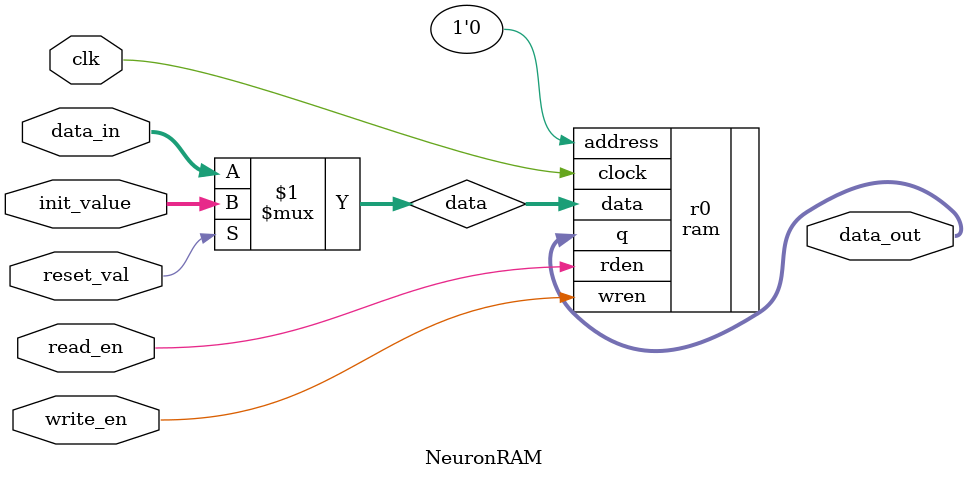
<source format=sv>
module NeuronRAM (input logic clk, reset_val, read_en, write_en,
					   input logic [31:0] init_value,
					   input logic [31:0] data_in,
					  output logic [31:0] data_out);

logic [31:0] data;

assign data = (reset_val) ? init_value : data_in ;
	
ram r0(
	    .address(1'b0),
	    .clock(clk),
	    .data(data),
	    .rden(read_en),
	    .wren(write_en),
	    .q(data_out)
		);
		
endmodule 
</source>
